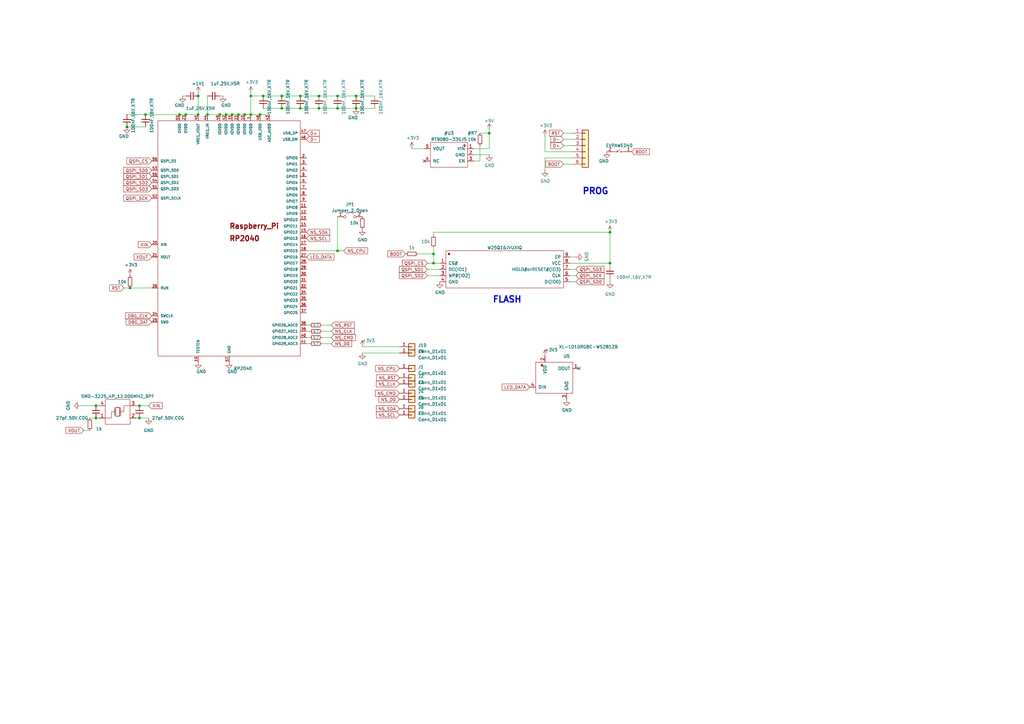
<source format=kicad_sch>
(kicad_sch (version 20230121) (generator eeschema)
  (paper "A3")
  (lib_symbols
    (symbol "Connector_Generic:Conn_01x01" (pin_names (offset 1.016) hide)
      (property "Reference" "J" (at 0 2.54 0))
      (property "Value" "Conn_01x01" (at 0 -2.54 0))
      (symbol "Conn_01x01_1_1"
        (rectangle (start -1.27 0.127) (end 0 -0.127) (stroke (width 0.1524)))
        (rectangle (start -1.27 1.27) (end 1.27 -1.27) (stroke (width 0.254)) (fill (type background)))
        (pin passive line (at -5.08 0 0) (length 3.81) (name "Pin_1") (number "1"))
      )
    )
    (symbol "Connector_Generic:Conn_01x06" (pin_names (offset 1.016) hide)
      (property "Reference" "J" (at 0 7.62 0))
      (property "Value" "Conn_01x06" (at 0 -10.16 0))
      (symbol "Conn_01x06_1_1"
        (rectangle (start -1.27 -7.493) (end 0 -7.747) (stroke (width 0.1524)))
        (rectangle (start -1.27 -4.953) (end 0 -5.207) (stroke (width 0.1524)))
        (rectangle (start -1.27 -2.413) (end 0 -2.667) (stroke (width 0.1524)))
        (rectangle (start -1.27 0.127) (end 0 -0.127) (stroke (width 0.1524)))
        (rectangle (start -1.27 2.667) (end 0 2.413) (stroke (width 0.1524)))
        (rectangle (start -1.27 5.207) (end 0 4.953) (stroke (width 0.1524)))
        (rectangle (start -1.27 6.35) (end 1.27 -8.89) (stroke (width 0.254)) (fill (type background)))
        (pin passive line (at -5.08 5.08 0) (length 3.81) (name "Pin_1") (number "1"))
        (pin passive line (at -5.08 2.54 0) (length 3.81) (name "Pin_2") (number "2"))
        (pin passive line (at -5.08 0 0) (length 3.81) (name "Pin_3") (number "3"))
        (pin passive line (at -5.08 -2.54 0) (length 3.81) (name "Pin_4") (number "4"))
        (pin passive line (at -5.08 -5.08 0) (length 3.81) (name "Pin_5") (number "5"))
        (pin passive line (at -5.08 -7.62 0) (length 3.81) (name "Pin_6") (number "6"))
      )
    )
    (symbol "Jumper:Jumper_2_Open" (pin_names (offset 0) hide)
      (property "Reference" "JP" (at 0 2.794 0))
      (property "Value" "Jumper_2_Open" (at 0 -2.286 0))
      (symbol "Jumper_2_Open_0_0"
        (circle (center -2.032 0) (radius 0.508))
        (circle (center 2.032 0) (radius 0.508))
      )
      (symbol "Jumper_2_Open_0_1"
        (arc (start 1.524 1.27) (mid 0 1.778) (end -1.524 1.27))
      )
      (symbol "Jumper_2_Open_1_1"
        (pin passive line (at -5.08 0 0) (length 2.54) (name "A") (number "1"))
        (pin passive line (at 5.08 0 180) (length 2.54) (name "B") (number "2"))
      )
    )
    (symbol "jlcpcb-basic-capacitor-0402:100nF,16V,X7R "
      (property "Reference" "C" (at 1.71 0.508 0))
      (property "Value" "100nF,16V,X7R " (at 1.71 -1.016 0))
      (symbol "100nF,16V,X7R _0_0"
        (polyline (pts (xy -1.524 -0.508) (xy 1.524 -0.508)) (stroke (width 0.3048)))
        (polyline (pts (xy -1.524 0.508) (xy 1.524 0.508)) (stroke (width 0.3048)))
        (pin passive line (at 0 2.54 270) (length 2.032) (name "~") (number "1"))
        (pin passive line (at 0 -2.54 90) (length 2.032) (name "~") (number "2"))
      )
    )
    (symbol "jlcpcb-basic-capacitor-0402:1uF,25V,X5R "
      (property "Reference" "C" (at 1.71 0.508 0))
      (property "Value" "1uF,25V,X5R " (at 1.71 -1.016 0))
      (symbol "1uF,25V,X5R _0_0"
        (polyline (pts (xy -1.524 -0.508) (xy 1.524 -0.508)) (stroke (width 0.3048)))
        (polyline (pts (xy -1.524 0.508) (xy 1.524 0.508)) (stroke (width 0.3048)))
        (pin passive line (at 0 2.54 270) (length 2.032) (name "~") (number "1"))
        (pin passive line (at 0 -2.54 90) (length 2.032) (name "~") (number "2"))
      )
    )
    (symbol "jlcpcb-basic-capacitor-0402:27pF,50V,C0G "
      (property "Reference" "C" (at 1.71 0.508 0))
      (property "Value" "27pF,50V,C0G " (at 1.71 -1.016 0))
      (symbol "27pF,50V,C0G _0_0"
        (polyline (pts (xy -1.524 -0.508) (xy 1.524 -0.508)) (stroke (width 0.3048)))
        (polyline (pts (xy -1.524 0.508) (xy 1.524 0.508)) (stroke (width 0.3048)))
        (pin passive line (at 0 2.54 270) (length 2.032) (name "~") (number "1"))
        (pin passive line (at 0 -2.54 90) (length 2.032) (name "~") (number "2"))
      )
    )
    (symbol "jlcpcb-basic-resistor-0402:10k"
      (property "Reference" "R" (at 0.762 0.508 0))
      (property "Value" "10k" (at 0.762 -1.016 0))
      (symbol "10k_0_0"
        (rectangle (start -0.762 1.778) (end 0.762 -1.778) (stroke (width 0.2032)))
        (pin passive line (at 0 2.54 270) (length 0.762) (name "~") (number "1"))
        (pin passive line (at 0 -2.54 90) (length 0.762) (name "~") (number "2"))
      )
    )
    (symbol "jlcpcb-basic-resistor-0402:1k"
      (property "Reference" "R" (at 0.762 0.508 0))
      (property "Value" "1k" (at 0.762 -1.016 0))
      (symbol "1k_0_0"
        (rectangle (start -0.762 1.778) (end 0.762 -1.778) (stroke (width 0.2032)))
        (pin passive line (at 0 2.54 270) (length 0.762) (name "~") (number "1"))
        (pin passive line (at 0 -2.54 90) (length 0.762) (name "~") (number "2"))
      )
    )
    (symbol "jlcpcb-basic-resistor-0402:47"
      (property "Reference" "R" (at 0.762 0.508 0))
      (property "Value" "47" (at 0.762 -1.016 0))
      (symbol "47_0_0"
        (rectangle (start -0.762 1.778) (end 0.762 -1.778) (stroke (width 0.2032)))
        (pin passive line (at 0 2.54 270) (length 0.762) (name "~") (number "1"))
        (pin passive line (at 0 -2.54 90) (length 0.762) (name "~") (number "2"))
      )
    )
    (symbol "kicad_lceda:EVPAWED40" (pin_names (offset 1.016) hide)
      (property "Reference" "SW" (at 0 5.207 0))
      (property "Value" "EVPAWED40" (at 0 10.287 0))
      (symbol "EVPAWED40_1_1"
        (circle (center -0.762 0) (radius 0.254) (stroke (width 0.1524)))
        (polyline (pts (xy -2.54 0) (xy -1.016 0)) (stroke (width 0.1524)))
        (polyline (pts (xy -0.508 0.762) (xy 1.016 0.254)) (stroke (width 0.1524)))
        (polyline (pts (xy 2.54 0) (xy 1.016 0) (xy 1.016 0)) (stroke (width 0.1524)))
        (circle (center 0.762 0) (radius 0.254) (stroke (width 0.1524)))
        (pin input line (at -5.08 0 0) (length 2.54) (name "1") (number "1"))
        (pin input line (at 5.08 0 180) (length 2.54) (name "2") (number "2"))
      )
    )
    (symbol "kicad_lceda:RP2040" (pin_names (offset 1.016))
      (property "Reference" "U" (at 0 56.388 0))
      (property "Value" "RP2040" (at 0 61.468 0))
      (symbol "RP2040_1_1"
        (rectangle (start -29.21 50.8) (end 29.21 -45.72) (stroke (width 0.1524)))
        (text "Raspberry_Pi" (at 0 7.62 0) (effects (font (size 2.0828 2.0828) bold) (justify left)))
        (text "RP2040" (at 0 2.54 0) (effects (font (size 2.0828 2.0828) bold) (justify left)))
        (pin bidirectional line (at 8.89 53.34 270) (length 2.54) (name "IOVDD") (number "1"))
        (pin bidirectional line (at 6.35 53.34 270) (length 2.54) (name "IOVDD") (number "10"))
        (pin bidirectional line (at 31.75 15.24 180) (length 2.54) (name "GPIO8") (number "11"))
        (pin bidirectional line (at 31.75 12.7 180) (length 2.54) (name "GPIO9") (number "12"))
        (pin bidirectional line (at 31.75 10.16 180) (length 2.54) (name "GPIO10") (number "13"))
        (pin bidirectional line (at 31.75 7.62 180) (length 2.54) (name "GPIO11") (number "14"))
        (pin bidirectional line (at 31.75 5.08 180) (length 2.54) (name "GPIO12") (number "15"))
        (pin bidirectional line (at 31.75 2.54 180) (length 2.54) (name "GPIO13") (number "16"))
        (pin bidirectional line (at 31.75 0 180) (length 2.54) (name "GPIO14") (number "17"))
        (pin bidirectional line (at 31.75 -2.54 180) (length 2.54) (name "GPIO15") (number "18"))
        (pin input line (at -12.7 -48.26 90) (length 2.54) (name "TESTEN") (number "19"))
        (pin bidirectional line (at 31.75 35.56 180) (length 2.54) (name "GPIO0") (number "2"))
        (pin input line (at -31.75 0 0) (length 2.54) (name "XIN") (number "20"))
        (pin input line (at -31.75 -5.08 0) (length 2.54) (name "XOUT") (number "21"))
        (pin bidirectional line (at 3.81 53.34 270) (length 2.54) (name "IOVDD") (number "22"))
        (pin bidirectional line (at -17.78 53.34 270) (length 2.54) (name "DVDD") (number "23"))
        (pin output line (at -31.75 -29.21 0) (length 2.54) (name "SWCLK") (number "24"))
        (pin bidirectional line (at -31.75 -31.75 0) (length 2.54) (name "SWD") (number "25"))
        (pin input line (at -31.75 -17.78 0) (length 2.54) (name "RUN") (number "26"))
        (pin bidirectional line (at 31.75 -5.08 180) (length 2.54) (name "GPIO16") (number "27"))
        (pin bidirectional line (at 31.75 -7.62 180) (length 2.54) (name "GPIO17") (number "28"))
        (pin bidirectional line (at 31.75 -10.16 180) (length 2.54) (name "GPIO18") (number "29"))
        (pin bidirectional line (at 31.75 33.02 180) (length 2.54) (name "GPIO1") (number "3"))
        (pin bidirectional line (at 31.75 -12.7 180) (length 2.54) (name "GPIO19") (number "30"))
        (pin bidirectional line (at 31.75 -15.24 180) (length 2.54) (name "GPIO20") (number "31"))
        (pin bidirectional line (at 31.75 -17.78 180) (length 2.54) (name "GPIO21") (number "32"))
        (pin bidirectional line (at 1.27 53.34 270) (length 2.54) (name "IOVDD") (number "33"))
        (pin bidirectional line (at 31.75 -20.32 180) (length 2.54) (name "GPIO22") (number "34"))
        (pin bidirectional line (at 31.75 -22.86 180) (length 2.54) (name "GPIO23") (number "35"))
        (pin bidirectional line (at 31.75 -25.4 180) (length 2.54) (name "GPIO24") (number "36"))
        (pin bidirectional line (at 31.75 -27.94 180) (length 2.54) (name "GPIO25") (number "37"))
        (pin bidirectional line (at 31.75 -33.02 180) (length 2.54) (name "GPIO26_ADC0") (number "38"))
        (pin bidirectional line (at 31.75 -35.56 180) (length 2.54) (name "GPIO27_ADC1") (number "39"))
        (pin bidirectional line (at 31.75 30.48 180) (length 2.54) (name "GPIO2") (number "4"))
        (pin bidirectional line (at 31.75 -38.1 180) (length 2.54) (name "GPIO28_ADC2") (number "40"))
        (pin bidirectional line (at 31.75 -40.64 180) (length 2.54) (name "GPIO29_ADC3") (number "41"))
        (pin bidirectional line (at -1.27 53.34 270) (length 2.54) (name "IOVDD") (number "42"))
        (pin bidirectional line (at 16.51 53.34 270) (length 2.54) (name "ADC_AVDD") (number "43"))
        (pin bidirectional line (at -8.89 53.34 270) (length 2.54) (name "VREG_IN") (number "44"))
        (pin bidirectional line (at -12.7 53.34 270) (length 2.54) (name "VREG_VOUT") (number "45"))
        (pin bidirectional line (at 31.75 43.18 180) (length 2.54) (name "USB_DM") (number "46"))
        (pin bidirectional line (at 31.75 45.72 180) (length 2.54) (name "USB_DP") (number "47"))
        (pin bidirectional line (at 12.7 53.34 270) (length 2.54) (name "USB_VDD") (number "48"))
        (pin bidirectional line (at -3.81 53.34 270) (length 2.54) (name "IOVDD") (number "49"))
        (pin bidirectional line (at 31.75 27.94 180) (length 2.54) (name "GPIO3") (number "5"))
        (pin bidirectional line (at -20.32 53.34 270) (length 2.54) (name "DVDD") (number "50"))
        (pin bidirectional line (at -31.75 22.86 0) (length 2.54) (name "QSPI_SD3") (number "51"))
        (pin output line (at -31.75 19.05 0) (length 2.54) (name "QSPI_SCLK") (number "52"))
        (pin bidirectional line (at -31.75 30.48 0) (length 2.54) (name "QSPI_SD0") (number "53"))
        (pin bidirectional line (at -31.75 25.4 0) (length 2.54) (name "QSPI_SD2") (number "54"))
        (pin bidirectional line (at -31.75 27.94 0) (length 2.54) (name "QSPI_SD1") (number "55"))
        (pin bidirectional line (at -31.75 34.29 0) (length 2.54) (name "QSPI_SS") (number "56"))
        (pin bidirectional line (at 0 -48.26 90) (length 2.54) (name "GND") (number "57"))
        (pin bidirectional line (at 31.75 25.4 180) (length 2.54) (name "GPIO4") (number "6"))
        (pin bidirectional line (at 31.75 22.86 180) (length 2.54) (name "GPIO5") (number "7"))
        (pin bidirectional line (at 31.75 20.32 180) (length 2.54) (name "GPIO6") (number "8"))
        (pin bidirectional line (at 31.75 17.78 180) (length 2.54) (name "GPIO7") (number "9"))
      )
    )
    (symbol "kicad_lceda:RT9080-33GJ5" (pin_names (offset 1.016))
      (property "Reference" "U" (at 0 7.6962 0))
      (property "Value" "RT9080-33GJ5" (at 0 12.7762 0))
      (symbol "RT9080-33GJ5_1_1"
        (rectangle (start -7.62 5.08) (end 7.62 -5.08) (stroke (width 0.1524)))
        (circle (center -6.35 3.81) (radius 0.381) (stroke (width 0.1524)) (fill (type outline)))
        (pin input line (at -10.16 2.54 0) (length 2.54) (name "VIN") (number "1"))
        (pin input line (at -10.16 0 0) (length 2.54) (name "GND") (number "2"))
        (pin input line (at -10.16 -2.54 0) (length 2.54) (name "EN") (number "3"))
        (pin input line (at 10.16 -2.54 180) (length 2.54) (name "NC") (number "4"))
        (pin input line (at 10.16 2.54 180) (length 2.54) (name "VOUT") (number "5"))
      )
    )
    (symbol "kicad_lceda:SMD-3225_4P_12.000MHZ_9PF" (pin_names (offset 1.016) hide)
      (property "Reference" "X" (at 0 7.747 0))
      (property "Value" "SMD-3225_4P_12.000MHZ_9PF" (at 0 12.827 0))
      (symbol "SMD-3225_4P_12.000MHZ_9PF_1_1"
        (rectangle (start -5.08 5.08) (end 5.08 -5.08) (stroke (width 0.1524)))
        (polyline (pts (xy -1.27 -1.778) (xy -1.27 1.778)) (stroke (width 0.1524)))
        (polyline (pts (xy -1.27 -1.016) (xy -1.27 1.016)) (stroke (width 0.1524)))
        (polyline (pts (xy 0.762 -1.778) (xy -0.762 -1.778)) (stroke (width 0.1524)))
        (polyline (pts (xy 1.27 -1.778) (xy 1.27 1.778)) (stroke (width 0.1524)))
        (polyline (pts (xy 1.27 -1.016) (xy 1.27 1.016)) (stroke (width 0.1524)))
        (polyline (pts (xy -5.08 -2.54) (xy -2.54 -2.54) (xy -2.54 0) (xy -1.524 0)) (stroke (width 0.1524)))
        (polyline (pts (xy -0.762 -1.778) (xy -0.762 1.778) (xy 0.762 1.778) (xy 0.762 -1.778)) (stroke (width 0.1524)))
        (polyline (pts (xy 5.08 2.54) (xy 2.54 2.54) (xy 2.54 0) (xy 1.524 0)) (stroke (width 0.1524)))
        (polyline (pts (xy 0.762 1.778) (xy 0.762 -1.778) (xy -0.762 -1.778) (xy -0.762 1.778) (xy 0.762 1.778)) (stroke (width 0.1524)))
        (pin input line (at -7.62 -2.54 0) (length 2.54) (name "OSC1") (number "1"))
        (pin input line (at 7.62 -2.54 180) (length 2.54) (name "2") (number "2"))
        (pin input line (at 7.62 2.54 180) (length 2.54) (name "OSC2") (number "3"))
        (pin input line (at -7.62 2.54 0) (length 2.54) (name "4") (number "4"))
      )
    )
    (symbol "kicad_lceda:W25Q16JVUXIQ" (pin_names (offset 1.016))
      (property "Reference" "U" (at 0 11.557 0))
      (property "Value" "W25Q16JVUXIQ" (at 0 16.637 0))
      (symbol "W25Q16JVUXIQ_1_1"
        (rectangle (start -24.13 8.89) (end 24.13 -6.35) (stroke (width 0.1524)))
        (circle (center -22.86 7.62) (radius 0.381) (stroke (width 0.1524)) (fill (type outline)))
        (pin input line (at -26.67 3.81 0) (length 2.54) (name "CS#") (number "1"))
        (pin input line (at -26.67 1.27 0) (length 2.54) (name "DO(IO1)") (number "2"))
        (pin input line (at -26.67 -1.27 0) (length 2.54) (name "WP#(IO2)") (number "3"))
        (pin input line (at -26.67 -3.81 0) (length 2.54) (name "GND") (number "4"))
        (pin input line (at 26.67 -3.81 180) (length 2.54) (name "DI(IO0)") (number "5"))
        (pin input line (at 26.67 -1.27 180) (length 2.54) (name "CLK") (number "6"))
        (pin input line (at 26.67 1.27 180) (length 2.54) (name "HOLD#orRESET#(IO3)") (number "7"))
        (pin input line (at 26.67 3.81 180) (length 2.54) (name "VCC") (number "8"))
        (pin input line (at 26.67 6.35 180) (length 2.54) (name "EP") (number "9"))
      )
    )
    (symbol "kicad_lceda:XL-1010RGBC-WS2812B" (pin_names (offset 1.016))
      (property "Reference" "U" (at 0 11.684 0))
      (property "Value" "XL-1010RGBC-WS2812B" (at 0 16.764 0))
      (symbol "XL-1010RGBC-WS2812B_1_1"
        (rectangle (start -7.62 6.35) (end 7.62 -6.35) (stroke (width 0.1524)))
        (circle (center -5.08 5.08) (radius 0.381) (stroke (width 0.1524)) (fill (type outline)))
        (pin input line (at 10.16 3.81 180) (length 2.54) (name "DOUT") (number "1"))
        (pin input line (at -3.81 8.89 270) (length 2.54) (name "VDD") (number "2"))
        (pin input line (at 5.08 -8.89 90) (length 2.54) (name "GND") (number "3"))
        (pin input line (at -10.16 -3.81 0) (length 2.54) (name "DIN") (number "4"))
      )
    )
    (symbol "power:+1V1" (power) (pin_names (offset 0))
      (property "Value" "+1V1" (at 0 3.556 0))
      (symbol "+1V1_0_1"
        (polyline (pts (xy -0.762 1.27) (xy 0 2.54)))
        (polyline (pts (xy 0 0) (xy 0 2.54)))
        (polyline (pts (xy 0 2.54) (xy 0.762 1.27)))
      )
      (symbol "+1V1_1_1"
        (pin power_in line (at 0 0 90) (length 0) hide (name "+1V1") (number "1"))
      )
    )
    (symbol "power:+3V3" (power) (pin_names (offset 0))
      (property "Value" "+3V3" (at 0 3.556 0))
      (symbol "+3V3_0_1"
        (polyline (pts (xy -0.762 1.27) (xy 0 2.54)))
        (polyline (pts (xy 0 0) (xy 0 2.54)))
        (polyline (pts (xy 0 2.54) (xy 0.762 1.27)))
      )
      (symbol "+3V3_1_1"
        (pin power_in line (at 0 0 90) (length 0) hide (name "+3V3") (number "1"))
      )
    )
    (symbol "power:+5V" (power) (pin_names (offset 0))
      (property "Value" "+5V" (at 0 3.556 0))
      (symbol "+5V_0_1"
        (polyline (pts (xy -0.762 1.27) (xy 0 2.54)))
        (polyline (pts (xy 0 0) (xy 0 2.54)))
        (polyline (pts (xy 0 2.54) (xy 0.762 1.27)))
      )
      (symbol "+5V_1_1"
        (pin power_in line (at 0 0 90) (length 0) hide (name "+5V") (number "1"))
      )
    )
    (symbol "power:GND" (power) (pin_names (offset 0))
      (property "Value" "GND" (at 0 -3.81 0))
      (symbol "GND_0_1"
        (polyline (pts (xy 0 0) (xy 0 -1.27) (xy 1.27 -1.27) (xy 0 -2.54) (xy -1.27 -1.27) (xy 0 -1.27)))
      )
      (symbol "GND_1_1"
        (pin power_in line (at 0 0 270) (length 0) hide (name "GND") (number "1"))
      )
    )
  )
  (junction (at 107.95 39.37))
  (junction (at 130.81 39.37))
  (junction (at 57.15 166.37))
  (junction (at 138.43 44.45))
  (junction (at 106.68 46.99))
  (junction (at 76.2 46.99))
  (junction (at 59.69 46.99))
  (junction (at 52.07 52.07))
  (junction (at 115.57 39.37))
  (junction (at 123.19 39.37))
  (junction (at 39.37 166.37))
  (junction (at 250.19 107.95))
  (junction (at 102.87 46.99))
  (junction (at 90.17 46.99))
  (junction (at 138.43 102.87))
  (junction (at 81.28 46.99))
  (junction (at 57.15 171.45))
  (junction (at 115.57 44.45))
  (junction (at 81.28 39.37))
  (junction (at 200.66 54.61))
  (junction (at 92.71 46.99))
  (junction (at 138.43 39.37))
  (junction (at 97.79 46.99))
  (junction (at 250.19 95.25))
  (junction (at 73.66 46.99))
  (junction (at 53.34 118.11))
  (junction (at 146.05 44.45))
  (junction (at 177.8 104.14))
  (junction (at 85.09 46.99))
  (junction (at 123.19 44.45))
  (junction (at 177.8 107.95))
  (junction (at 130.81 44.45))
  (junction (at 39.37 171.45))
  (junction (at 102.87 39.37))
  (junction (at 100.33 46.99))
  (junction (at 95.25 46.99))
  (junction (at 146.05 39.37))
  (no_connect (at 237.49 151.13))
  (no_connect (at 173.99 66.04))
  (wire (pts (xy 85.09 46.99) (xy 90.17 46.99)))
  (wire (pts (xy 148.59 142.24) (xy 163.83 142.24)))
  (wire (pts (xy 223.52 62.23) (xy 234.95 62.23)))
  (wire (pts (xy 107.95 39.37) (xy 115.57 39.37)))
  (wire (pts (xy 102.87 46.99) (xy 106.68 46.99)))
  (wire (pts (xy 127 133.35) (xy 125.73 133.35)))
  (wire (pts (xy 60.96 166.37) (xy 57.15 166.37)))
  (wire (pts (xy 102.87 38.1) (xy 102.87 39.37)))
  (wire (pts (xy 59.69 46.99) (xy 73.66 46.99)))
  (wire (pts (xy 91.44 39.37) (xy 90.17 39.37)))
  (wire (pts (xy 50.8 118.11) (xy 53.34 118.11)))
  (wire (pts (xy 73.66 46.99) (xy 76.2 46.99)))
  (wire (pts (xy 97.79 46.99) (xy 100.33 46.99)))
  (wire (pts (xy 171.45 104.14) (xy 177.8 104.14)))
  (wire (pts (xy 177.8 95.25) (xy 250.19 95.25)))
  (wire (pts (xy 130.81 44.45) (xy 138.43 44.45)))
  (wire (pts (xy 90.17 46.99) (xy 92.71 46.99)))
  (wire (pts (xy 146.05 39.37) (xy 153.67 39.37)))
  (wire (pts (xy 52.07 46.99) (xy 59.69 46.99)))
  (wire (pts (xy 234.95 64.77) (xy 223.52 64.77)))
  (wire (pts (xy 81.28 38.1) (xy 81.28 39.37)))
  (wire (pts (xy 57.15 171.45) (xy 55.88 171.45)))
  (wire (pts (xy 85.09 39.37) (xy 85.09 46.99)))
  (wire (pts (xy 39.37 166.37) (xy 40.64 166.37)))
  (wire (pts (xy 135.89 133.35) (xy 132.08 133.35)))
  (wire (pts (xy 135.89 140.97) (xy 132.08 140.97)))
  (wire (pts (xy 76.2 46.99) (xy 81.28 46.99)))
  (wire (pts (xy 60.96 171.45) (xy 57.15 171.45)))
  (wire (pts (xy 194.31 60.96) (xy 200.66 60.96)))
  (wire (pts (xy 200.66 53.34) (xy 200.66 54.61)))
  (wire (pts (xy 231.14 57.15) (xy 234.95 57.15)))
  (wire (pts (xy 127 140.97) (xy 125.73 140.97)))
  (wire (pts (xy 135.89 135.89) (xy 132.08 135.89)))
  (wire (pts (xy 223.52 64.77) (xy 223.52 69.85)))
  (wire (pts (xy 102.87 39.37) (xy 107.95 39.37)))
  (wire (pts (xy 148.59 144.78) (xy 163.83 144.78)))
  (wire (pts (xy 223.52 55.88) (xy 223.52 62.23)))
  (wire (pts (xy 196.85 59.69) (xy 196.85 66.04)))
  (wire (pts (xy 250.19 95.25) (xy 250.19 107.95)))
  (wire (pts (xy 175.26 107.95) (xy 177.8 107.95)))
  (wire (pts (xy 233.68 107.95) (xy 250.19 107.95)))
  (wire (pts (xy 115.57 44.45) (xy 123.19 44.45)))
  (wire (pts (xy 115.57 39.37) (xy 123.19 39.37)))
  (wire (pts (xy 231.14 67.31) (xy 234.95 67.31)))
  (wire (pts (xy 36.83 171.45) (xy 39.37 171.45)))
  (wire (pts (xy 57.15 166.37) (xy 55.88 166.37)))
  (wire (pts (xy 106.68 46.99) (xy 110.49 46.99)))
  (wire (pts (xy 236.22 105.41) (xy 233.68 105.41)))
  (wire (pts (xy 92.71 46.99) (xy 95.25 46.99)))
  (wire (pts (xy 52.07 52.07) (xy 59.69 52.07)))
  (wire (pts (xy 194.31 63.5) (xy 200.66 63.5)))
  (wire (pts (xy 81.28 39.37) (xy 81.28 46.99)))
  (wire (pts (xy 236.22 110.49) (xy 233.68 110.49)))
  (wire (pts (xy 177.8 104.14) (xy 177.8 107.95)))
  (wire (pts (xy 196.85 66.04) (xy 194.31 66.04)))
  (wire (pts (xy 250.19 109.22) (xy 250.19 107.95)))
  (wire (pts (xy 168.91 60.96) (xy 173.99 60.96)))
  (wire (pts (xy 74.93 39.37) (xy 76.2 39.37)))
  (wire (pts (xy 234.95 59.69) (xy 231.14 59.69)))
  (wire (pts (xy 135.89 138.43) (xy 132.08 138.43)))
  (wire (pts (xy 236.22 115.57) (xy 233.68 115.57)))
  (wire (pts (xy 234.95 54.61) (xy 231.14 54.61)))
  (wire (pts (xy 250.19 114.3) (xy 250.19 115.57)))
  (wire (pts (xy 127 135.89) (xy 125.73 135.89)))
  (wire (pts (xy 123.19 39.37) (xy 130.81 39.37)))
  (wire (pts (xy 39.37 171.45) (xy 40.64 171.45)))
  (wire (pts (xy 196.85 54.61) (xy 200.66 54.61)))
  (wire (pts (xy 138.43 88.9) (xy 138.43 102.87)))
  (wire (pts (xy 175.26 113.03) (xy 180.34 113.03)))
  (wire (pts (xy 33.02 166.37) (xy 39.37 166.37)))
  (wire (pts (xy 175.26 110.49) (xy 180.34 110.49)))
  (wire (pts (xy 146.05 44.45) (xy 153.67 44.45)))
  (wire (pts (xy 123.19 44.45) (xy 130.81 44.45)))
  (wire (pts (xy 53.34 118.11) (xy 62.23 118.11)))
  (wire (pts (xy 138.43 44.45) (xy 146.05 44.45)))
  (wire (pts (xy 95.25 46.99) (xy 97.79 46.99)))
  (wire (pts (xy 130.81 39.37) (xy 138.43 39.37)))
  (wire (pts (xy 236.22 113.03) (xy 233.68 113.03)))
  (wire (pts (xy 138.43 39.37) (xy 146.05 39.37)))
  (wire (pts (xy 177.8 101.6) (xy 177.8 104.14)))
  (wire (pts (xy 200.66 54.61) (xy 200.66 60.96)))
  (wire (pts (xy 177.8 95.25) (xy 177.8 96.52)))
  (wire (pts (xy 138.43 102.87) (xy 125.73 102.87)))
  (wire (pts (xy 107.95 44.45) (xy 115.57 44.45)))
  (wire (pts (xy 177.8 107.95) (xy 180.34 107.95)))
  (wire (pts (xy 100.33 46.99) (xy 102.87 46.99)))
  (wire (pts (xy 102.87 39.37) (xy 102.87 46.99)))
  (wire (pts (xy 127 138.43) (xy 125.73 138.43)))
  (wire (pts (xy 140.97 102.87) (xy 138.43 102.87)))
  (wire (pts (xy 34.29 176.53) (xy 36.83 176.53)))
  (text "PROG" (at 238.76 80.01 0) (effects (font (size 2.54 2.54) (thickness 0.508) bold) (justify left bottom)))
  (text "FLASH" (at 201.93 124.46 0) (effects (font (size 2.54 2.54) (thickness 0.508) bold) (justify left bottom)))
  (global_label "NS_D0" (shape input) (at 163.83 163.83 180) (property "Intersheetrefs" "${INTERSHEET_REFS}" (effects hide)))
  (global_label "NS_CMD" (shape input) (at 163.83 161.29 180) (property "Intersheetrefs" "${INTERSHEET_REFS}" (effects hide)))
  (global_label "NS_CMD" (shape input) (at 135.89 138.43 0) (property "Intersheetrefs" "${INTERSHEET_REFS}" (effects hide)))
  (global_label "DBG_DAT" (shape input) (at 62.23 132.08 180) (property "Intersheetrefs" "${INTERSHEET_REFS}" (effects hide)))
  (global_label "DBG_CLK" (shape input) (at 62.23 129.54 180) (property "Intersheetrefs" "${INTERSHEET_REFS}" (effects hide)))
  (global_label "QSPI_SD0" (shape input) (at 62.23 69.85 180) (property "Intersheetrefs" "${INTERSHEET_REFS}" (effects hide)))
  (global_label "NS_CLK" (shape input) (at 135.89 135.89 0) (property "Intersheetrefs" "${INTERSHEET_REFS}" (effects hide)))
  (global_label "QSPI_CS" (shape input) (at 175.26 107.95 180) (property "Intersheetrefs" "${INTERSHEET_REFS}" (effects hide)))
  (global_label "NS_SCL" (shape input) (at 125.73 97.79 0) (property "Intersheetrefs" "${INTERSHEET_REFS}" (effects hide)))
  (global_label "QSPI_SD2" (shape input) (at 175.26 113.03 180) (property "Intersheetrefs" "${INTERSHEET_REFS}" (effects hide)))
  (global_label "XOUT" (shape input) (at 34.29 176.53 180) (property "Intersheetrefs" "${INTERSHEET_REFS}" (effects hide)))
  (global_label "NS_SDA" (shape input) (at 163.83 167.64 180) (property "Intersheetrefs" "${INTERSHEET_REFS}" (effects hide)))
  (global_label "D+" (shape input) (at 125.73 54.61 0) (property "Intersheetrefs" "${INTERSHEET_REFS}" (effects hide)))
  (global_label "RST" (shape input) (at 50.8 118.11 180) (property "Intersheetrefs" "${INTERSHEET_REFS}" (effects hide)))
  (global_label "NS_CPU" (shape input) (at 163.83 151.13 180) (property "Intersheetrefs" "${INTERSHEET_REFS}" (effects hide)))
  (global_label "QSPI_SD0" (shape input) (at 236.22 115.57 0) (property "Intersheetrefs" "${INTERSHEET_REFS}" (effects hide)))
  (global_label "NS_RST" (shape input) (at 135.89 133.35 0) (property "Intersheetrefs" "${INTERSHEET_REFS}" (effects hide)))
  (global_label "QSPI_SD1" (shape input) (at 62.23 72.39 180) (property "Intersheetrefs" "${INTERSHEET_REFS}" (effects hide)))
  (global_label "QSPI_SD3" (shape input) (at 62.23 77.47 180) (property "Intersheetrefs" "${INTERSHEET_REFS}" (effects hide)))
  (global_label "D-" (shape input) (at 125.73 57.15 0) (property "Intersheetrefs" "${INTERSHEET_REFS}" (effects hide)))
  (global_label "QSPI_SD2" (shape input) (at 62.23 74.93 180) (property "Intersheetrefs" "${INTERSHEET_REFS}" (effects hide)))
  (global_label "QSPI_SCK" (shape input) (at 62.23 81.28 180) (property "Intersheetrefs" "${INTERSHEET_REFS}" (effects hide)))
  (global_label "QSPI_SD3" (shape input) (at 236.22 110.49 0) (property "Intersheetrefs" "${INTERSHEET_REFS}" (effects hide)))
  (global_label "NS_RST" (shape input) (at 163.83 154.94 180) (property "Intersheetrefs" "${INTERSHEET_REFS}" (effects hide)))
  (global_label "QSPI_SD1" (shape input) (at 175.26 110.49 180) (property "Intersheetrefs" "${INTERSHEET_REFS}" (effects hide)))
  (global_label "LED_DATA" (shape input) (at 217.17 158.75 180) (property "Intersheetrefs" "${INTERSHEET_REFS}" (effects hide)))
  (global_label "NS_SCL" (shape input) (at 163.83 170.18 180) (property "Intersheetrefs" "${INTERSHEET_REFS}" (effects hide)))
  (global_label "BOOT" (shape input) (at 231.14 67.31 180) (property "Intersheetrefs" "${INTERSHEET_REFS}" (effects hide)))
  (global_label "BOOT" (shape input) (at 166.37 104.14 180) (property "Intersheetrefs" "${INTERSHEET_REFS}" (effects hide)))
  (global_label "LED_DATA" (shape input) (at 125.73 105.41 0) (property "Intersheetrefs" "${INTERSHEET_REFS}" (effects hide)))
  (global_label "QSPI_CS" (shape input) (at 62.23 66.04 180) (property "Intersheetrefs" "${INTERSHEET_REFS}" (effects hide)))
  (global_label "RST" (shape input) (at 231.14 54.61 180) (property "Intersheetrefs" "${INTERSHEET_REFS}" (effects hide)))
  (global_label "XIN" (shape input) (at 62.23 100.33 180) (property "Intersheetrefs" "${INTERSHEET_REFS}" (effects hide)))
  (global_label "NS_SDA" (shape input) (at 125.73 95.25 0) (property "Intersheetrefs" "${INTERSHEET_REFS}" (effects hide)))
  (global_label "NS_D0" (shape input) (at 135.89 140.97 0) (property "Intersheetrefs" "${INTERSHEET_REFS}" (effects hide)))
  (global_label "XIN" (shape input) (at 60.96 166.37 0) (property "Intersheetrefs" "${INTERSHEET_REFS}" (effects hide)))
  (global_label "D+" (shape input) (at 231.14 59.69 180) (property "Intersheetrefs" "${INTERSHEET_REFS}" (effects hide)))
  (global_label "D-" (shape input) (at 231.14 57.15 180) (property "Intersheetrefs" "${INTERSHEET_REFS}" (effects hide)))
  (global_label "XOUT" (shape input) (at 62.23 105.41 180) (property "Intersheetrefs" "${INTERSHEET_REFS}" (effects hide)))
  (global_label "QSPI_SCK" (shape input) (at 236.22 113.03 0) (property "Intersheetrefs" "${INTERSHEET_REFS}" (effects hide)))
  (global_label "NS_CPU" (shape input) (at 140.97 102.87 0) (property "Intersheetrefs" "${INTERSHEET_REFS}" (effects hide)))
  (global_label "NS_CLK" (shape input) (at 163.83 157.48 180) (property "Intersheetrefs" "${INTERSHEET_REFS}" (effects hide)))
  (global_label "BOOT" (shape input) (at 259.08 62.23 0) (property "Intersheetrefs" "${INTERSHEET_REFS}" (effects hide)))
  (symbol (lib_id "jlcpcb-basic-resistor-0402:47") (at 129.54 135.89 90) (unit 1)
    (property "Reference" "R9" (effects hide))
    (property "Value" "47" (at 129.54 135.89 90))
    (property "Footprint" "R_0402_1005Metric" (effects hide))
    (property "Datasheet" "https://datasheet.lcsc.com/lcsc/2110252230_UNI-ROYAL-Uniroyal-Elec-0402WGF470JTCE_C25118.pdf" (effects hide))
    (property "LCSC" "C25118" (effects hide))
    (property "MFG" "UNI-ROYAL(Uniroyal Elec)" (effects hide))
    (property "MFGPN" "0402WGF470JTCE" (effects hide))
  )
  (symbol (lib_id "jlcpcb-basic-capacitor-0402:100nF,16V,X7R ") (at 52.07 49.53 0) (unit 1)
    (property "Reference" "C2" (effects hide))
    (property "Value" "100nF,16V,X7R " (at 54.61 54.61 90) (effects (justify left)))
    (property "Footprint" "C_0402_1005Metric" (effects hide))
    (property "Datasheet" "https://datasheet.lcsc.com/lcsc/1810191219_Samsung-Electro-Mechanics-CL05B104KO5NNNC_C1525.pdf" (effects hide))
    (property "LCSC" "C1525" (effects hide))
    (property "MFG" "Samsung Electro-Mechanics" (effects hide))
    (property "MFGPN" "CL05B104KO5NNNC" (effects hide))
  )
  (symbol (lib_id "jlcpcb-basic-capacitor-0402:100nF,16V,X7R ") (at 59.69 49.53 0) (unit 1)
    (property "Reference" "C4" (effects hide))
    (property "Value" "100nF,16V,X7R " (at 62.23 54.61 90) (effects (justify left)))
    (property "Footprint" "C_0402_1005Metric" (effects hide))
    (property "Datasheet" "https://datasheet.lcsc.com/lcsc/1810191219_Samsung-Electro-Mechanics-CL05B104KO5NNNC_C1525.pdf" (effects hide))
    (property "LCSC" "C1525" (effects hide))
    (property "MFG" "Samsung Electro-Mechanics" (effects hide))
    (property "MFGPN" "CL05B104KO5NNNC" (effects hide))
  )
  (symbol (lib_id "kicad_lceda:RP2040") (at 93.98 100.33 0) (unit 1)
    (property "Reference" "U1" (effects hide))
    (property "Value" "RP2040" (at 95.8216 151.13 0) (effects (justify left)))
    (property "Footprint" "kicad_lceda:LQFN-56_L7.0-W7.0-P0.4-EP" (effects hide))
    (property "SuppliersPartNumber" "C2040" (effects hide))
    (property "uuid" "std:c2754a5dac404cb1b757213b56759c67" (effects hide))
    (property "LCSC" "C2040" (effects hide))
  )
  (symbol (lib_id "power:GND") (at 74.93 39.37 0) (unit 1)
    (property "Reference" "#PWR05" (effects hide))
    (property "Value" "GND" (at 73.66 43.18 0))
  )
  (symbol (lib_id "power:+5V") (at 200.66 53.34 0) (unit 1)
    (property "Reference" "#PWR016" (effects hide))
    (property "Value" "+5V" (at 200.66 49.53 0))
  )
  (symbol (lib_id "jlcpcb-basic-resistor-0402:1k") (at 168.91 104.14 90) (unit 1)
    (property "Reference" "R5" (effects hide))
    (property "Value" "1k" (at 168.91 101.6 90))
    (property "Footprint" "R_0402_1005Metric" (effects hide))
    (property "Datasheet" "https://datasheet.lcsc.com/lcsc/2110251730_UNI-ROYAL-Uniroyal-Elec-0402WGF1001TCE_C11702.pdf" (effects hide))
    (property "LCSC" "C11702" (effects hide))
    (property "MFG" "UNI-ROYAL(Uniroyal Elec)" (effects hide))
    (property "MFGPN" "0402WGF1001TCE" (effects hide))
  )
  (symbol (lib_id "kicad_lceda:EVPAWED40") (at 254 62.23 0) (mirror y) (unit 1)
    (property "Reference" "SW1" (effects hide))
    (property "Value" "EVPAWED40" (at 254 59.69 0))
    (property "Footprint" "kicad_lceda:KEY-SMD_L3.0-W2.0-LS3.5" (effects hide))
    (property "SuppliersPartNumber" "C2858607" (effects hide))
    (property "uuid" "std:b3d2281db68646f2b0685a65c68733f5" (effects hide))
    (property "LCSC" "C2858607" (effects hide))
  )
  (symbol (lib_id "power:GND") (at 250.19 115.57 0) (unit 1)
    (property "Reference" "#PWR020" (effects hide))
    (property "Value" "GND" (at 250.19 120.65 0))
  )
  (symbol (lib_id "jlcpcb-basic-resistor-0402:10k") (at 177.8 99.06 0) (unit 1)
    (property "Reference" "R6" (effects hide))
    (property "Value" "10k" (at 172.72 99.06 0) (effects (justify left)))
    (property "Footprint" "R_0402_1005Metric" (effects hide))
    (property "Datasheet" "https://datasheet.lcsc.com/lcsc/2110260030_UNI-ROYAL-Uniroyal-Elec-0402WGF1002TCE_C25744.pdf" (effects hide))
    (property "LCSC" "C25744" (effects hide))
    (property "MFG" "UNI-ROYAL(Uniroyal Elec)" (effects hide))
    (property "MFGPN" "0402WGF1002TCE" (effects hide))
  )
  (symbol (lib_id "Connector_Generic:Conn_01x01") (at 168.91 157.48 0) (unit 1)
    (property "Reference" "J3" (at 171.45 156.845 0) (effects (justify left)))
    (property "Value" "Conn_01x01" (at 171.45 159.385 0) (effects (justify left)))
    (property "Footprint" "kicad_lceda:TH_Pads_1x1_P1.20mml" (effects hide))
  )
  (symbol (lib_id "Connector_Generic:Conn_01x01") (at 168.91 142.24 0) (unit 1)
    (property "Reference" "J10" (at 171.45 141.605 0) (effects (justify left)))
    (property "Value" "Conn_01x01" (at 171.45 144.145 0) (effects (justify left)))
    (property "Footprint" "kicad_lceda:TH_Pads_1x1_P1.20mml" (effects hide))
  )
  (symbol (lib_id "jlcpcb-basic-resistor-0402:10k") (at 53.34 115.57 0) (unit 1)
    (property "Reference" "R2" (effects hide))
    (property "Value" "10k" (at 48.26 115.57 0) (effects (justify left)))
    (property "Footprint" "R_0402_1005Metric" (effects hide))
    (property "Datasheet" "https://datasheet.lcsc.com/lcsc/2110260030_UNI-ROYAL-Uniroyal-Elec-0402WGF1002TCE_C25744.pdf" (effects hide))
    (property "LCSC" "C25744" (effects hide))
    (property "MFG" "UNI-ROYAL(Uniroyal Elec)" (effects hide))
    (property "MFGPN" "0402WGF1002TCE" (effects hide))
  )
  (symbol (lib_id "jlcpcb-basic-resistor-0402:47") (at 129.54 138.43 90) (unit 1)
    (property "Reference" "R10" (effects hide))
    (property "Value" "47" (at 129.54 138.43 90))
    (property "Footprint" "R_0402_1005Metric" (effects hide))
    (property "Datasheet" "https://datasheet.lcsc.com/lcsc/2110252230_UNI-ROYAL-Uniroyal-Elec-0402WGF470JTCE_C25118.pdf" (effects hide))
    (property "LCSC" "C25118" (effects hide))
    (property "MFG" "UNI-ROYAL(Uniroyal Elec)" (effects hide))
    (property "MFGPN" "0402WGF470JTCE" (effects hide))
  )
  (symbol (lib_id "power:+3V3") (at 53.34 113.03 0) (unit 1)
    (property "Reference" "#PWR03" (effects hide))
    (property "Value" "+3V3" (at 53.721 108.6358 0))
  )
  (symbol (lib_id "power:GND") (at 223.52 69.85 0) (unit 1)
    (property "Reference" "#PWR025" (effects hide))
    (property "Value" "GND" (at 223.647 74.2442 0))
  )
  (symbol (lib_id "power:GND") (at 180.34 115.57 0) (unit 1)
    (property "Reference" "#PWR015" (effects hide))
    (property "Value" "GND" (at 180.467 119.9642 0))
  )
  (symbol (lib_id "power:GND") (at 52.07 52.07 0) (unit 1)
    (property "Reference" "#PWR02" (effects hide))
    (property "Value" "GND" (at 50.8 55.88 0))
  )
  (symbol (lib_id "power:+3V3") (at 148.59 142.24 0) (unit 1)
    (property "Reference" "#PWR012" (effects hide))
    (property "Value" "+3V3" (at 151.13 139.7 0))
  )
  (symbol (lib_id "kicad_lceda:W25Q16JVUXIQ") (at 207.01 111.76 0) (unit 1)
    (property "Reference" "U2" (effects hide))
    (property "Value" "W25Q16JVUXIQ" (at 207.01 101.6 0))
    (property "Footprint" "kicad_lceda:USON-8_L3.0-W2.0-P0.50-BL-EP" (effects hide))
    (property "SuppliersPartNumber" "C2843335" (effects hide))
    (property "uuid" "std:66ae94394ed740d3b0137599308f54a6" (effects hide))
    (property "LCSC" "C2843335" (effects hide))
  )
  (symbol (lib_id "jlcpcb-basic-capacitor-0402:100nF,16V,X7R ") (at 138.43 41.91 0) (unit 1)
    (property "Reference" "C11" (effects hide))
    (property "Value" "100nF,16V,X7R " (at 140.97 46.99 90) (effects (justify left)))
    (property "Footprint" "C_0402_1005Metric" (effects hide))
    (property "Datasheet" "https://datasheet.lcsc.com/lcsc/1810191219_Samsung-Electro-Mechanics-CL05B104KO5NNNC_C1525.pdf" (effects hide))
    (property "LCSC" "C1525" (effects hide))
    (property "MFG" "Samsung Electro-Mechanics" (effects hide))
    (property "MFGPN" "CL05B104KO5NNNC" (effects hide))
  )
  (symbol (lib_id "Connector_Generic:Conn_01x01") (at 168.91 151.13 0) (unit 1)
    (property "Reference" "J1" (at 171.45 150.495 0) (effects (justify left)))
    (property "Value" "Conn_01x01" (at 171.45 153.035 0) (effects (justify left)))
    (property "Footprint" "kicad_lceda:TH_Pads_1x1_P1.20mml" (effects hide))
  )
  (symbol (lib_id "jlcpcb-basic-capacitor-0402:100nF,16V,X7R ") (at 115.57 41.91 0) (unit 1)
    (property "Reference" "C8" (effects hide))
    (property "Value" "100nF,16V,X7R " (at 118.11 46.99 90) (effects (justify left)))
    (property "Footprint" "C_0402_1005Metric" (effects hide))
    (property "Datasheet" "https://datasheet.lcsc.com/lcsc/1810191219_Samsung-Electro-Mechanics-CL05B104KO5NNNC_C1525.pdf" (effects hide))
    (property "LCSC" "C1525" (effects hide))
    (property "MFG" "Samsung Electro-Mechanics" (effects hide))
    (property "MFGPN" "CL05B104KO5NNNC" (effects hide))
  )
  (symbol (lib_id "power:+3V3") (at 102.87 38.1 0) (unit 1)
    (property "Reference" "#PWR010" (effects hide))
    (property "Value" "+3V3" (at 103.251 33.7058 0))
  )
  (symbol (lib_id "jlcpcb-basic-resistor-0402:10k") (at 148.59 91.44 0) (unit 1)
    (property "Reference" "R12" (effects hide))
    (property "Value" "10k" (at 143.51 91.44 0) (effects (justify left)))
    (property "Footprint" "R_0402_1005Metric" (effects hide))
    (property "Datasheet" "https://datasheet.lcsc.com/lcsc/2110260030_UNI-ROYAL-Uniroyal-Elec-0402WGF1002TCE_C25744.pdf" (effects hide))
    (property "LCSC" "C25744" (effects hide))
    (property "MFG" "UNI-ROYAL(Uniroyal Elec)" (effects hide))
    (property "MFGPN" "0402WGF1002TCE" (effects hide))
  )
  (symbol (lib_id "power:+3V3") (at 250.19 95.25 0) (unit 1)
    (property "Reference" "#PWR019" (effects hide))
    (property "Value" "+3V3" (at 250.571 90.8558 0))
  )
  (symbol (lib_id "power:GND") (at 60.96 171.45 0) (unit 1)
    (property "Reference" "#PWR04" (effects hide))
    (property "Value" "GND" (at 60.96 176.53 0))
  )
  (symbol (lib_id "power:+3V3") (at 168.91 60.96 0) (unit 1)
    (property "Reference" "#PWR021" (effects hide))
    (property "Value" "+3V3" (at 169.291 56.5658 0))
  )
  (symbol (lib_id "power:GND") (at 93.98 148.59 0) (unit 1)
    (property "Reference" "#PWR09" (effects hide))
    (property "Value" "GND" (at 95.25 152.4 0))
  )
  (symbol (lib_id "Jumper:Jumper_2_Open") (at 143.51 88.9 0) (unit 1)
    (property "Reference" "JP1" (at 143.51 83.82 0))
    (property "Value" "Jumper_2_Open" (at 143.51 86.36 0))
    (property "Footprint" "kicad_lceda:SolderJumper-2_P1.3mm_Open_TrianglePad1.0x1.5mm_Sm" (effects hide))
  )
  (symbol (lib_id "jlcpcb-basic-capacitor-0402:100nF,16V,X7R ") (at 107.95 41.91 0) (unit 1)
    (property "Reference" "C7" (effects hide))
    (property "Value" "100nF,16V,X7R " (at 110.49 46.99 90) (effects (justify left)))
    (property "Footprint" "C_0402_1005Metric" (effects hide))
    (property "Datasheet" "https://datasheet.lcsc.com/lcsc/1810191219_Samsung-Electro-Mechanics-CL05B104KO5NNNC_C1525.pdf" (effects hide))
    (property "LCSC" "C1525" (effects hide))
    (property "MFG" "Samsung Electro-Mechanics" (effects hide))
    (property "MFGPN" "CL05B104KO5NNNC" (effects hide))
  )
  (symbol (lib_id "Connector_Generic:Conn_01x06") (at 240.03 59.69 0) (unit 1)
    (property "Reference" "J8" (effects hide))
    (property "Value" "Conn_01x06" (effects hide))
    (property "Footprint" "kicad_lceda:ProgPins_1x06_P1.27mm" (effects hide))
  )
  (symbol (lib_id "power:GND") (at 91.44 39.37 0) (unit 1)
    (property "Reference" "#PWR08" (effects hide))
    (property "Value" "GND" (at 92.71 43.18 0))
  )
  (symbol (lib_id "Connector_Generic:Conn_01x01") (at 168.91 144.78 0) (unit 1)
    (property "Reference" "J9" (at 171.45 144.145 0) (effects (justify left)))
    (property "Value" "Conn_01x01" (at 171.45 146.685 0) (effects (justify left)))
    (property "Footprint" "kicad_lceda:TH_Pads_1x1_P1.20mml" (effects hide))
  )
  (symbol (lib_id "jlcpcb-basic-capacitor-0402:100nF,16V,X7R ") (at 146.05 41.91 0) (unit 1)
    (property "Reference" "C12" (effects hide))
    (property "Value" "100nF,16V,X7R " (at 148.59 46.99 90) (effects (justify left)))
    (property "Footprint" "C_0402_1005Metric" (effects hide))
    (property "Datasheet" "https://datasheet.lcsc.com/lcsc/1810191219_Samsung-Electro-Mechanics-CL05B104KO5NNNC_C1525.pdf" (effects hide))
    (property "LCSC" "C1525" (effects hide))
    (property "MFG" "Samsung Electro-Mechanics" (effects hide))
    (property "MFGPN" "CL05B104KO5NNNC" (effects hide))
  )
  (symbol (lib_id "Connector_Generic:Conn_01x01") (at 168.91 170.18 0) (unit 1)
    (property "Reference" "J7" (at 171.45 169.545 0) (effects (justify left)))
    (property "Value" "Conn_01x01" (at 171.45 172.085 0) (effects (justify left)))
    (property "Footprint" "kicad_lceda:TH_Pads_1x1_P1.20mml" (effects hide))
  )
  (symbol (lib_id "power:GND") (at 81.28 148.59 0) (unit 1)
    (property "Reference" "#PWR07" (effects hide))
    (property "Value" "GND" (at 82.55 152.4 0))
  )
  (symbol (lib_id "power:GND") (at 146.05 44.45 0) (unit 1)
    (property "Reference" "#PWR011" (effects hide))
    (property "Value" "GND" (at 144.78 48.26 0))
  )
  (symbol (lib_id "kicad_lceda:XL-1010RGBC-WS2812B") (at 227.33 154.94 0) (unit 1)
    (property "Reference" "U5" (at 232.41 146.05 0))
    (property "Value" "XL-1010RGBC-WS2812B" (at 241.3 142.24 0))
    (property "Footprint" "kicad_lceda:LED-SMD_4P-L1.0-W1.0-TL_XL-1010RGBC-WS2812B" (effects hide))
    (property "SuppliersPartNumber" "C5349953" (effects hide))
    (property "uuid" "std:b345638697f54fed94b7ee83c7589e6a" (effects hide))
    (property "LCSC" "C5349953" (effects hide))
  )
  (symbol (lib_id "Connector_Generic:Conn_01x01") (at 168.91 161.29 0) (unit 1)
    (property "Reference" "J4" (at 171.45 160.655 0) (effects (justify left)))
    (property "Value" "Conn_01x01" (at 171.45 163.195 0) (effects (justify left)))
    (property "Footprint" "kicad_lceda:TH_Pads_1x1_P1.20mml" (effects hide))
  )
  (symbol (lib_id "Connector_Generic:Conn_01x01") (at 168.91 154.94 0) (unit 1)
    (property "Reference" "J2" (at 171.45 154.305 0) (effects (justify left)))
    (property "Value" "Conn_01x01" (at 171.45 156.845 0) (effects (justify left)))
    (property "Footprint" "kicad_lceda:TH_Pads_1x1_P1.20mml" (effects hide))
  )
  (symbol (lib_id "power:GND") (at 248.92 62.23 0) (unit 1)
    (property "Reference" "#PWR014" (effects hide))
    (property "Value" "GND" (at 247.65 66.04 0))
  )
  (symbol (lib_id "jlcpcb-basic-capacitor-0402:100nF,16V,X7R ") (at 123.19 41.91 0) (unit 1)
    (property "Reference" "C9" (effects hide))
    (property "Value" "100nF,16V,X7R " (at 125.73 46.99 90) (effects (justify left)))
    (property "Footprint" "C_0402_1005Metric" (effects hide))
    (property "Datasheet" "https://datasheet.lcsc.com/lcsc/1810191219_Samsung-Electro-Mechanics-CL05B104KO5NNNC_C1525.pdf" (effects hide))
    (property "LCSC" "C1525" (effects hide))
    (property "MFG" "Samsung Electro-Mechanics" (effects hide))
    (property "MFGPN" "CL05B104KO5NNNC" (effects hide))
  )
  (symbol (lib_id "jlcpcb-basic-capacitor-0402:100nF,16V,X7R ") (at 250.19 111.76 0) (unit 1)
    (property "Reference" "C14" (effects hide))
    (property "Value" "100nF,16V,X7R " (at 252.73 113.665 0) (effects (justify left)))
    (property "Footprint" "C_0402_1005Metric" (effects hide))
    (property "Datasheet" "https://datasheet.lcsc.com/lcsc/1810191219_Samsung-Electro-Mechanics-CL05B104KO5NNNC_C1525.pdf" (effects hide))
    (property "LCSC" "C1525" (effects hide))
    (property "MFG" "Samsung Electro-Mechanics" (effects hide))
    (property "MFGPN" "CL05B104KO5NNNC" (effects hide))
  )
  (symbol (lib_id "jlcpcb-basic-capacitor-0402:27pF,50V,C0G ") (at 39.37 168.91 0) (unit 1)
    (property "Reference" "C1" (effects hide))
    (property "Value" "27pF,50V,C0G " (at 22.86 171.45 0) (effects (justify left)))
    (property "Footprint" "C_0402_1005Metric" (effects hide))
    (property "Datasheet" "https://datasheet.lcsc.com/lcsc/1811141710_FH-Guangdong-Fenghua-Advanced-Tech-0402CG270J500NT_C1557.pdf" (effects hide))
    (property "LCSC" "C1557" (effects hide))
    (property "MFG" "FH(Guangdong Fenghua Advanced Tech)" (effects hide))
    (property "MFGPN" "0402CG270J500NT" (effects hide))
  )
  (symbol (lib_id "power:GND") (at 200.66 63.5 0) (unit 1)
    (property "Reference" "#PWR017" (effects hide))
    (property "Value" "GND" (at 200.787 67.8942 0))
  )
  (symbol (lib_id "jlcpcb-basic-capacitor-0402:100nF,16V,X7R ") (at 153.67 41.91 0) (unit 1)
    (property "Reference" "C13" (effects hide))
    (property "Value" "100nF,16V,X7R " (at 156.21 46.99 90) (effects (justify left)))
    (property "Footprint" "C_0402_1005Metric" (effects hide))
    (property "Datasheet" "https://datasheet.lcsc.com/lcsc/1810191219_Samsung-Electro-Mechanics-CL05B104KO5NNNC_C1525.pdf" (effects hide))
    (property "LCSC" "C1525" (effects hide))
    (property "MFG" "Samsung Electro-Mechanics" (effects hide))
    (property "MFGPN" "CL05B104KO5NNNC" (effects hide))
  )
  (symbol (lib_id "power:GND") (at 148.59 144.78 0) (unit 1)
    (property "Reference" "#PWR013" (effects hide))
    (property "Value" "GND" (at 148.717 149.1742 0))
  )
  (symbol (lib_id "kicad_lceda:SMD-3225_4P_12.000MHZ_9PF") (at 48.26 168.91 0) (unit 1)
    (property "Reference" "X1" (effects hide))
    (property "Value" "SMD-3225_4P_12.000MHZ_9PF" (at 48.26 162.56 0))
    (property "Footprint" "kicad_lceda:OSC-SMD_4P-L3.2-W2.5-BL" (effects hide))
    (property "Datasheet" "http://www.szlcsc.com/product/details_337108.html" (effects hide))
    (property "SuppliersPartNumber" "C362368" (effects hide))
    (property "uuid" "std:de6bf95d1c734ee9b9ab1b97c5f93dbc" (effects hide))
    (property "LCSC" "C362368" (effects hide))
  )
  (symbol (lib_id "jlcpcb-basic-resistor-0402:1k") (at 36.83 173.99 0) (unit 1)
    (property "Reference" "R1" (effects hide))
    (property "Value" "1k" (at 39.37 175.895 0) (effects (justify left)))
    (property "Footprint" "R_0402_1005Metric" (effects hide))
    (property "Datasheet" "https://datasheet.lcsc.com/lcsc/2110251730_UNI-ROYAL-Uniroyal-Elec-0402WGF1001TCE_C11702.pdf" (effects hide))
    (property "LCSC" "C11702" (effects hide))
    (property "MFG" "UNI-ROYAL(Uniroyal Elec)" (effects hide))
    (property "MFGPN" "0402WGF1001TCE" (effects hide))
  )
  (symbol (lib_id "jlcpcb-basic-resistor-0402:47") (at 129.54 133.35 90) (unit 1)
    (property "Reference" "R8" (effects hide))
    (property "Value" "47" (at 129.54 133.35 90))
    (property "Footprint" "R_0402_1005Metric" (effects hide))
    (property "Datasheet" "https://datasheet.lcsc.com/lcsc/2110252230_UNI-ROYAL-Uniroyal-Elec-0402WGF470JTCE_C25118.pdf" (effects hide))
    (property "LCSC" "C25118" (effects hide))
    (property "MFG" "UNI-ROYAL(Uniroyal Elec)" (effects hide))
    (property "MFGPN" "0402WGF470JTCE" (effects hide))
  )
  (symbol (lib_id "power:GND") (at 148.59 93.98 0) (unit 1)
    (property "Reference" "#PWR030" (effects hide))
    (property "Value" "GND" (at 148.717 98.3742 0))
  )
  (symbol (lib_id "Connector_Generic:Conn_01x01") (at 168.91 163.83 0) (unit 1)
    (property "Reference" "J5" (at 171.45 163.195 0) (effects (justify left)))
    (property "Value" "Conn_01x01" (at 171.45 165.735 0) (effects (justify left)))
    (property "Footprint" "kicad_lceda:TH_Pads_1x1_P1.20mml" (effects hide))
  )
  (symbol (lib_id "power:GND") (at 236.22 105.41 90) (unit 1)
    (property "Reference" "#PWR018" (effects hide))
    (property "Value" "GND" (at 240.6142 105.283 0))
  )
  (symbol (lib_id "jlcpcb-basic-capacitor-0402:27pF,50V,C0G ") (at 57.15 168.91 0) (unit 1)
    (property "Reference" "C3" (effects hide))
    (property "Value" "27pF,50V,C0G " (at 62.23 171.45 0) (effects (justify left)))
    (property "Footprint" "C_0402_1005Metric" (effects hide))
    (property "Datasheet" "https://datasheet.lcsc.com/lcsc/1811141710_FH-Guangdong-Fenghua-Advanced-Tech-0402CG270J500NT_C1557.pdf" (effects hide))
    (property "LCSC" "C1557" (effects hide))
    (property "MFG" "FH(Guangdong Fenghua Advanced Tech)" (effects hide))
    (property "MFGPN" "0402CG270J500NT" (effects hide))
  )
  (symbol (lib_id "power:+3V3") (at 223.52 55.88 0) (unit 1)
    (property "Reference" "#PWR024" (effects hide))
    (property "Value" "+3V3" (at 223.901 51.4858 0))
  )
  (symbol (lib_id "kicad_lceda:RT9080-33GJ5") (at 184.15 63.5 0) (mirror y) (unit 1)
    (property "Reference" "#U3" (at 184.15 54.61 0))
    (property "Value" "RT9080-33GJ5" (at 184.15 57.15 0))
    (property "Footprint" "kicad_lceda:TSOT-23-5_L2.9-W1.6-P0.95-LS2.8-BL" (effects hide))
    (property "Datasheet" "http://www.szlcsc.com/product/details_897967.html" (effects hide))
    (property "SuppliersPartNumber" "C841192" (effects hide))
    (property "uuid" "std:9938d187a217410b9da3aa34461b4a4d" (effects hide))
  )
  (symbol (lib_id "power:GND") (at 232.41 163.83 0) (unit 1)
    (property "Reference" "#PWR022" (effects hide))
    (property "Value" "GND" (at 232.537 168.2242 0))
  )
  (symbol (lib_id "power:GND") (at 33.02 166.37 270) (unit 1)
    (property "Reference" "#PWR01" (effects hide))
    (property "Value" "GND" (at 27.94 166.37 0))
  )
  (symbol (lib_id "jlcpcb-basic-capacitor-0402:100nF,16V,X7R ") (at 130.81 41.91 0) (unit 1)
    (property "Reference" "C10" (effects hide))
    (property "Value" "100nF,16V,X7R " (at 133.35 46.99 90) (effects (justify left)))
    (property "Footprint" "C_0402_1005Metric" (effects hide))
    (property "Datasheet" "https://datasheet.lcsc.com/lcsc/1810191219_Samsung-Electro-Mechanics-CL05B104KO5NNNC_C1525.pdf" (effects hide))
    (property "LCSC" "C1525" (effects hide))
    (property "MFG" "Samsung Electro-Mechanics" (effects hide))
    (property "MFGPN" "CL05B104KO5NNNC" (effects hide))
  )
  (symbol (lib_id "jlcpcb-basic-capacitor-0402:1uF,25V,X5R ") (at 78.74 39.37 270) (unit 1)
    (property "Reference" "C5" (effects hide))
    (property "Value" "1uF,25V,X5R " (at 76.2 44.45 90) (effects (justify left)))
    (property "Footprint" "C_0402_1005Metric" (effects hide))
    (property "Datasheet" "https://datasheet.lcsc.com/lcsc/1811091611_Samsung-Electro-Mechanics-CL05A105KA5NQNC_C52923.pdf" (effects hide))
    (property "LCSC" "C52923" (effects hide))
    (property "MFG" "Samsung Electro-Mechanics" (effects hide))
    (property "MFGPN" "CL05A105KA5NQNC" (effects hide))
  )
  (symbol (lib_id "Connector_Generic:Conn_01x01") (at 168.91 167.64 0) (unit 1)
    (property "Reference" "J6" (at 171.45 167.005 0) (effects (justify left)))
    (property "Value" "Conn_01x01" (at 171.45 169.545 0) (effects (justify left)))
    (property "Footprint" "kicad_lceda:TH_Pads_1x1_P1.20mml" (effects hide))
  )
  (symbol (lib_id "jlcpcb-basic-capacitor-0402:1uF,25V,X5R ") (at 87.63 39.37 270) (unit 1)
    (property "Reference" "C6" (effects hide))
    (property "Value" "1uF,25V,X5R " (at 86.36 34.29 90) (effects (justify left)))
    (property "Footprint" "C_0402_1005Metric" (effects hide))
    (property "Datasheet" "https://datasheet.lcsc.com/lcsc/1811091611_Samsung-Electro-Mechanics-CL05A105KA5NQNC_C52923.pdf" (effects hide))
    (property "LCSC" "C52923" (effects hide))
    (property "MFG" "Samsung Electro-Mechanics" (effects hide))
    (property "MFGPN" "CL05A105KA5NQNC" (effects hide))
  )
  (symbol (lib_id "jlcpcb-basic-resistor-0402:10k") (at 196.85 57.15 0) (unit 1)
    (property "Reference" "#R7" (at 191.77 54.61 0) (effects (justify left)))
    (property "Value" "10k" (at 191.77 57.15 0) (effects (justify left)))
    (property "Footprint" "R_0402_1005Metric" (effects hide))
    (property "Datasheet" "https://datasheet.lcsc.com/lcsc/2110260030_UNI-ROYAL-Uniroyal-Elec-0402WGF1002TCE_C25744.pdf" (effects hide))
    (property "LCSC" "C25744" (effects hide))
    (property "MFG" "UNI-ROYAL(Uniroyal Elec)" (effects hide))
    (property "MFGPN" "0402WGF1002TCE" (effects hide))
  )
  (symbol (lib_id "power:+1V1") (at 81.28 38.1 0) (unit 1)
    (property "Reference" "#PWR06" (effects hide))
    (property "Value" "+1V1" (at 81.28 34.29 0))
  )
  (symbol (lib_id "jlcpcb-basic-resistor-0402:47") (at 129.54 140.97 90) (unit 1)
    (property "Reference" "R11" (effects hide))
    (property "Value" "47" (at 129.54 140.97 90))
    (property "Footprint" "R_0402_1005Metric" (effects hide))
    (property "Datasheet" "https://datasheet.lcsc.com/lcsc/2110252230_UNI-ROYAL-Uniroyal-Elec-0402WGF470JTCE_C25118.pdf" (effects hide))
    (property "LCSC" "C25118" (effects hide))
    (property "MFG" "UNI-ROYAL(Uniroyal Elec)" (effects hide))
    (property "MFGPN" "0402WGF470JTCE" (effects hide))
  )
  (symbol (lib_id "power:+3V3") (at 223.52 146.05 0) (unit 1)
    (property "Reference" "#PWR023" (effects hide))
    (property "Value" "+3V3" (at 226.06 143.51 0))
  )
)
</source>
